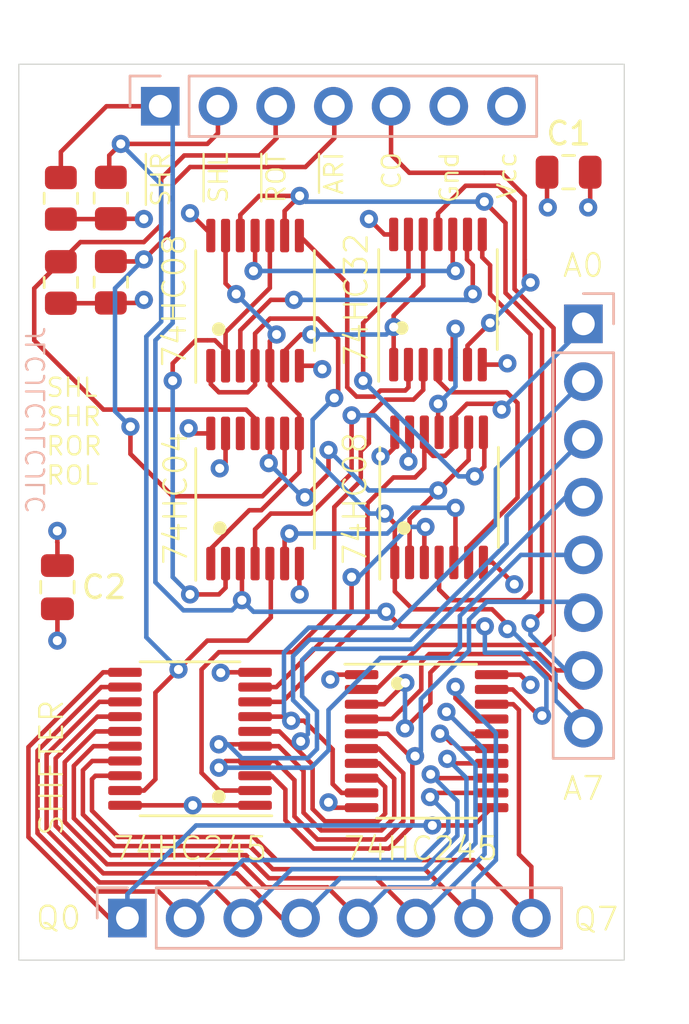
<source format=kicad_pcb>
(kicad_pcb (version 20211014) (generator pcbnew)
  (layers (0 "F.Cu" signal) (1 "In1.Cu" signal) (2 "In2.Cu" signal) (31 "B.Cu" signal) (34 "B.Paste" user) (35 "F.Paste" user) (36 "B.SilkS" user "B.Silkscreen") (37 "F.SilkS" user "F.Silkscreen") (38 "B.Mask" user) (39 "F.Mask" user) (44 "Edge.Cuts" user))
  (net 0 "")
  (net 1 "A0")
  (net 2 "A1")
  (net 3 "A2")
  (net 4 "A3")
  (net 5 "A4")
  (net 6 "A5")
  (net 7 "A6")
  (net 8 "A7")
  (net 9 "Q0")
  (net 10 "Q1")
  (net 11 "Q2")
  (net 12 "Q3")
  (net 13 "Q4")
  (net 14 "Q5")
  (net 15 "Q6")
  (net 16 "Q7")
  (net 17 "VCC")
  (net 18 "GND")
  (net 19 "CARRY_OUT")
  (net 20 "~{SHR}")
  (net 21 "~{SHL}")
  (net 22 "ARITHMETIC")
  (net 23 "ROTATE")
  (net 24 "/!ARITHMETIC")
  (net 25 "Net-(U1-Pad3)")
  (net 26 "Net-(U1-Pad8)")
  (net 27 "Net-(U1-Pad11)")
  (net 28 "Net-(U4-Pad3)")
  (net 29 "/ARITHMETIC_AND_A7")
  (net 30 "Net-(U2-Pad4)")
  (net 31 "Net-(U2-Pad6)")
  (net 33 "Net-(U3-Pad3)")
  (net 34 "Net-(U3-Pad4)")
  (net 35 "Net-(U3-Pad6)")
  (net 36 "Net-(U3-Pad8)")
  (net 37 "Net-(U3-Pad11)")
  (net 38 "Net-(U4-Pad11)")
  (net 39 "~{ROTATE}")
  (net 40 "~{ARITHMETIC}")
  (footprint "Package_SO:TSSOP-20_4.4x6.5mm_P0.65mm" (layer "F.Cu") (at 167.386 93.218 180)
    (fp_text reference "U5" hide)
    (fp_text value "74LS245")
  )
  (footprint "Package_SO:TSSOP-20_4.4x6.5mm_P0.65mm" (layer "F.Cu") (at 177.8 93.322)
    (fp_text reference "U6" hide)
    (fp_text value "74LS245")
  )
  (footprint "Package_SO:TSSOP-14_4.4x5mm_P0.65mm" (layer "F.Cu") (at 170.25 82.65 90)
    (fp_text reference "U2" hide)
    (fp_text value "74LS04")
  )
  (footprint "Resistor_SMD:R_0805_2012Metric" (layer "F.Cu") (at 163.9 69.4375 -90)
    (fp_text reference "R11" hide)
    (fp_text value "R_Small_US")
  )
  (footprint "Package_SO:TSSOP-14_4.4x5mm_P0.65mm" (layer "F.Cu") (at 170.25 73.95 90)
    (fp_text reference "U1" hide)
    (fp_text value "74LS08")
  )
  (footprint "Resistor_SMD:R_0805_2012Metric" (layer "F.Cu") (at 161.7 69.45 -90)
    (fp_text reference "R12" hide)
    (fp_text value "R_Small_US")
  )
  (footprint "Capacitor_SMD:C_0805_2012Metric" (layer "F.Cu") (at 161.55 86.55 -90)
    (fp_text reference "C2")
    (fp_text value "C")
  )
  (footprint "Package_SO:TSSOP-14_4.4x5mm_P0.65mm" (layer "F.Cu") (at 178.35 82.6 90)
    (fp_text reference "U3" hide)
    (fp_text value "74LS08")
  )
  (footprint "Resistor_SMD:R_0805_2012Metric" (layer "F.Cu") (at 163.9 73.1375 -90)
    (fp_text reference "R13" hide)
    (fp_text value "R_Small_US")
  )
  (footprint "Capacitor_SMD:C_0805_2012Metric" (layer "F.Cu") (at 184.05 68.3)
    (fp_text reference "C1")
    (fp_text value "C")
  )
  (footprint "Package_SO:TSSOP-14_4.4x5mm_P0.65mm" (layer "F.Cu") (at 178.3 73.9 90)
    (fp_text reference "U4" hide)
    (fp_text value "74LS32")
  )
  (footprint "Resistor_SMD:R_0805_2012Metric" (layer "F.Cu") (at 161.7 73.15 -90)
    (fp_text reference "R10" hide)
    (fp_text value "R_Small_US")
  )
  (footprint "Connector_PinHeader_2.54mm:PinHeader_1x07_P2.54mm_Vertical" (layer "B.Cu") (at 166.075 65.4 -90)
    (fp_text reference "J3" hide)
    (fp_text value "Conn_01x07")
  )
  (footprint "Connector_PinHeader_2.54mm:PinHeader_1x08_P2.54mm_Vertical" (layer "B.Cu") (at 164.63 101.1 -90)
    (fp_text reference "J2" hide)
    (fp_text value "Conn_01x08")
  )
  (footprint "Connector_PinHeader_2.54mm:PinHeader_1x08_P2.54mm_Vertical" (layer "B.Cu") (at 184.7 74.97 180)
    (fp_text reference "J1" hide)
    (fp_text value "Conn_01x08")
  )
  (gr_circle (center 176.7 75.15) (end 176.85 75.15) (layer "F.SilkS") (width 0.3) (fill none))
  (gr_circle (center 168.7 83.95) (end 168.85 83.95) (layer "F.SilkS") (width 0.3) (fill none))
  (gr_circle (center 168.65 75.2) (end 168.8 75.2) (layer "F.SilkS") (width 0.3) (fill none))
  (gr_circle (center 176.8 83.95) (end 176.95 83.95) (layer "F.SilkS") (width 0.3) (fill none))
  (gr_circle (center 168.656 95.758) (end 168.806 95.758) (layer "F.SilkS") (width 0.3) (fill none))
  (gr_circle (center 176.53 90.782) (end 176.38 90.782) (layer "F.SilkS") (width 0.3) (fill none))
  (gr_rect (start 159.85 63.55) (end 186.5 102.95) (layer "Edge.Cuts") (width 0.05) (fill none))
  (gr_text "JLCJLCJLCJLC" (at 160.6 79.2 -270) (layer "B.SilkS") (effects (font (size 0.8 0.8) (thickness 0.1)) (justify mirror)))
  (gr_text "Q0" (at 161.6 101.1) (layer "F.SilkS") (effects (font (size 1 1) (thickness 0.1))))
  (gr_text "Gnd" (at 178.8 67.35 90) (layer "F.SilkS") (effects (font (size 0.8 0.8) (thickness 0.1)) (justify right)))
  (gr_text "74HC245" (at 167.386 98.044) (layer "F.SilkS") (effects (font (size 1 1) (thickness 0.1))))
  (gr_text "A0" (at 184.7 72.4) (layer "F.SilkS") (effects (font (size 1 1) (thickness 0.1))))
  (gr_text "~{SHR}" (at 166.1 67.35 90) (layer "F.SilkS") (effects (font (size 0.8 0.8) (thickness 0.1)) (justify right)))
  (gr_text "~{SHL}" (at 168.64 67.35 90) (layer "F.SilkS") (effects (font (size 0.8 0.8) (thickness 0.1)) (justify right)))
  (gr_text "SHL\nSHR\nROR\nROL" (at 161 79.7) (layer "F.SilkS") (effects (font (size 0.8 0.8) (thickness 0.1)) (justify left)))
  (gr_text "SHIFTER" (at 161.29 94.488 90) (layer "F.SilkS") (effects (font (size 1 1) (thickness 0.1))))
  (gr_text "CO" (at 176.26 67.35 90) (layer "F.SilkS") (effects (font (size 0.8 0.8) (thickness 0.1)) (justify right)))
  (gr_text "~{ARI}" (at 173.72 67.35 90) (layer "F.SilkS") (effects (font (size 0.8 0.8) (thickness 0.1)) (justify right)))
  (gr_text "Vcc" (at 181.34 67.35 90) (layer "F.SilkS") (effects (font (size 0.8 0.8) (thickness 0.1)) (justify right)))
  (gr_text "Q7" (at 185.25 101.15) (layer "F.SilkS") (effects (font (size 1 1) (thickness 0.1))))
  (gr_text "74HC245" (at 177.546 98.044) (layer "F.SilkS") (effects (font (size 1 1) (thickness 0.1))))
  (gr_text "A7" (at 184.7 95.4) (layer "F.SilkS") (effects (font (size 1 1) (thickness 0.1))))
  (gr_text "~{ROT}" (at 171.18 67.35 90) (layer "F.SilkS") (effects (font (size 0.8 0.8) (thickness 0.1)) (justify right)))
  (segment (start 177.290248 81.725511) (end 177.7 81.315759) (width 0.2) (layer "F.Cu") (net 1))
  (segment (start 178.615486 80.77452) (end 178.084514 80.77452) (width 0.2) (layer "F.Cu") (net 1))
  (segment (start 179 79.7375) (end 179 79.064) (width 0.2) (layer "F.Cu") (net 1))
  (segment (start 179.578 78.486) (end 180.848 78.486) (width 0.2) (layer "F.Cu") (net 1))
  (segment (start 170.2485 91.593) (end 171.452497 91.593) (width 0.2) (layer "F.Cu") (net 1))
  (segment (start 177.7 81.315759) (end 177.7 79.7375) (width 0.2) (layer "F.Cu") (net 1))
  (segment (start 179 79.064) (end 179.578 78.486) (width 0.2) (layer "F.Cu") (net 1))
  (segment (start 171.452497 91.593) (end 175.197501 87.847996) (width 0.2) (layer "F.Cu") (net 1))
  (segment (start 177.7 80.390006) (end 177.7 79.7375) (width 0.2) (layer "F.Cu") (net 1))
  (segment (start 175.197501 87.847996) (end 175.197501 82.866499) (width 0.2) (layer "F.Cu") (net 1))
  (segment (start 180.848 78.486) (end 181.102 78.74) (width 0.2) (layer "F.Cu") (net 1))
  (segment (start 175.197501 82.866499) (end 176.338489 81.725511) (width 0.2) (layer "F.Cu") (net 1))
  (segment (start 176.338489 81.725511) (end 177.290248 81.725511) (width 0.2) (layer "F.Cu") (net 1))
  (segment (start 179 79.7375) (end 179 80.390006) (width 0.2) (layer "F.Cu") (net 1))
  (segment (start 179 80.390006) (end 178.615486 80.77452) (width 0.2) (layer "F.Cu") (net 1))
  (segment (start 178.084514 80.77452) (end 177.7 80.390006) (width 0.2) (layer "F.Cu") (net 1))
  (via (at 181.102 78.74) (size 0.8) (drill 0.4) (layers "F.Cu" "B.Cu") (net 1))
  (segment (start 184.7 75.142) (end 184.7 74.97) (width 0.2) (layer "B.Cu") (net 1))
  (segment (start 181.102 78.74) (end 184.7 75.142) (width 0.2) (layer "B.Cu") (net 1))
  (segment (start 172.406232 92.422987) (end 171.837756 92.422987) (width 0.2) (layer "F.Cu") (net 2))
  (segment (start 171.657769 92.243) (end 171.837756 92.422987) (width 0.2) (layer "F.Cu") (net 2))
  (segment (start 170.2485 92.243) (end 171.657769 92.243) (width 0.2) (layer "F.Cu") (net 2))
  (segment (start 174.056997 95.597) (end 173.664532 95.204535) (width 0.2) (layer "F.Cu") (net 2))
  (segment (start 173.664532 95.204535) (end 173.664532 93.681287) (width 0.2) (layer "F.Cu") (net 2))
  (segment (start 174.9375 95.597) (end 174.056997 95.597) (width 0.2) (layer "F.Cu") (net 2))
  (segment (start 173.664532 93.681287) (end 172.406232 92.422987) (width 0.2) (layer "F.Cu") (net 2))
  (via (at 171.837756 92.422987) (size 0.8) (drill 0.4) (layers "F.Cu" "B.Cu") (net 2))
  (segment (start 172.61152 88.329501) (end 171.521467 89.419554) (width 0.2) (layer "B.Cu") (net 2))
  (segment (start 180.848 83.793245) (end 176.311744 88.329501) (width 0.2) (layer "B.Cu") (net 2))
  (segment (start 171.521467 92.106698) (end 171.837756 92.422987) (width 0.2) (layer "B.Cu") (net 2))
  (segment (start 180.848 81.362) (end 180.848 83.793245) (width 0.2) (layer "B.Cu") (net 2))
  (segment (start 171.521467 89.419554) (end 171.521467 92.106698) (width 0.2) (layer "B.Cu") (net 2))
  (segment (start 176.311744 88.329501) (end 172.61152 88.329501) (width 0.2) (layer "B.Cu") (net 2))
  (segment (start 184.7 77.51) (end 180.848 81.362) (width 0.2) (layer "B.Cu") (net 2))
  (segment (start 173.326222 96.845467) (end 172.782499 96.301744) (width 0.2) (layer "F.Cu") (net 3))
  (segment (start 175.641539 96.845467) (end 173.326222 96.845467) (width 0.2) (layer "F.Cu") (net 3))
  (segment (start 172.782499 96.301744) (end 172.782499 94.356975) (width 0.2) (layer "F.Cu") (net 3))
  (segment (start 174.9375 94.947) (end 175.590006 94.947) (width 0.2) (layer "F.Cu") (net 3))
  (segment (start 175.590006 94.947) (end 175.97452 95.331514) (width 0.2) (layer "F.Cu") (net 3))
  (segment (start 172.782499 94.356975) (end 171.318524 92.893) (width 0.2) (layer "F.Cu") (net 3))
  (segment (start 171.318524 92.893) (end 170.2485 92.893) (width 0.2) (layer "F.Cu") (net 3))
  (segment (start 175.97452 95.331514) (end 175.97452 96.512486) (width 0.2) (layer "F.Cu") (net 3))
  (segment (start 175.97452 96.512486) (end 175.641539 96.845467) (width 0.2) (layer "F.Cu") (net 3))
  (via (at 172.257349 93.330151) (size 0.8) (drill 0.4) (layers "F.Cu" "B.Cu") (net 3))
  (segment (start 172.574489 92.170477) (end 172.574489 93.013011) (width 0.2) (layer "B.Cu") (net 3))
  (segment (start 171.920978 89.585036) (end 171.920978 91.516966) (width 0.2) (layer "B.Cu") (net 3))
  (segment (start 172.643036 88.862978) (end 171.920978 89.585036) (width 0.2) (layer "B.Cu") (net 3))
  (segment (start 184.7 80.05) (end 181.318979 83.431021) (width 0.2) (layer "B.Cu") (net 3))
  (segment (start 181.318979 83.431021) (end 181.318979 84.630342) (width 0.2) (layer "B.Cu") (net 3))
  (segment (start 181.318979 84.630342) (end 177.086343 88.862978) (width 0.2) (layer "B.Cu") (net 3))
  (segment (start 171.920978 91.516966) (end 172.574489 92.170477) (width 0.2) (layer "B.Cu") (net 3))
  (segment (start 177.086343 88.862978) (end 172.643036 88.862978) (width 0.2) (layer "B.Cu") (net 3))
  (segment (start 172.574489 93.013011) (end 172.257349 93.330151) (width 0.2) (layer "B.Cu") (net 3))
  (segment (start 176.37403 96.67797) (end 175.807023 97.244977) (width 0.2) (layer "F.Cu") (net 4))
  (segment (start 170.2485 93.543) (end 170.166282 93.460782) (width 0.2) (layer "F.Cu") (net 4))
  (segment (start 175.70039 94.297) (end 176.37403 94.97064) (width 0.2) (layer "F.Cu") (net 4))
  (segment (start 176.37403 94.97064) (end 176.37403 96.67797) (width 0.2) (layer "F.Cu") (net 4))
  (segment (start 171.293755 93.543) (end 170.2485 93.543) (width 0.2) (layer "F.Cu") (net 4))
  (segment (start 172.382988 96.467226) (end 172.382988 94.632233) (width 0.2) (layer "F.Cu") (net 4))
  (segment (start 175.807023 97.244977) (end 173.160738 97.244977) (width 0.2) (layer "F.Cu") (net 4))
  (segment (start 170.166282 93.460782) (end 168.651784 93.460782) (width 0.2) (layer "F.Cu") (net 4))
  (segment (start 173.160738 97.244977) (end 172.382988 96.467226) (width 0.2) (layer "F.Cu") (net 4))
  (segment (start 174.9375 94.297) (end 175.70039 94.297) (width 0.2) (layer "F.Cu") (net 4))
  (segment (start 172.382988 94.632233) (end 171.293755 93.543) (width 0.2) (layer "F.Cu") (net 4))
  (via (at 168.651784 93.460782) (size 0.8) (drill 0.4) (layers "F.Cu" "B.Cu") (net 4))
  (segment (start 172.32049 91.351484) (end 172.974 92.004994) (width 0.2) (layer "B.Cu") (net 4))
  (segment (start 172.974 92.004994) (end 172.974 93.669006) (width 0.2) (layer "B.Cu") (net 4))
  (segment (start 172.974 93.669006) (end 172.57449 94.068516) (width 0.2) (layer "B.Cu") (net 4))
  (segment (start 177.251996 89.26249) (end 172.808517 89.26249) (width 0.2) (layer "B.Cu") (net 4))
  (segment (start 172.808517 89.26249) (end 172.320489 89.750518) (width 0.2) (layer "B.Cu") (net 4))
  (segment (start 169.05705 93.460782) (end 168.651784 93.460782) (width 0.2) (layer "B.Cu") (net 4))
  (segment (start 172.57449 94.068516) (end 169.664784 94.068516) (width 0.2) (layer "B.Cu") (net 4))
  (segment (start 172.320489 89.750518) (end 172.32049 91.351484) (width 0.2) (layer "B.Cu") (net 4))
  (segment (start 183.924486 82.59) (end 177.251996 89.26249) (width 0.2) (layer "B.Cu") (net 4))
  (segment (start 184.7 82.59) (end 183.924486 82.59) (width 0.2) (layer "B.Cu") (net 4))
  (segment (start 169.664784 94.068516) (end 169.05705 93.460782) (width 0.2) (layer "B.Cu") (net 4))
  (segment (start 176.77354 94.73154) (end 176.77354 96.843454) (width 0.2) (layer "F.Cu") (net 5))
  (segment (start 171.13988 94.193) (end 170.2485 94.193) (width 0.2) (layer "F.Cu") (net 5))
  (segment (start 175.689 93.647) (end 176.77354 94.73154) (width 0.2) (layer "F.Cu") (net 5))
  (segment (start 171.983477 95.036597) (end 171.13988 94.193) (width 0.2) (layer "F.Cu") (net 5))
  (segment (start 171.983477 96.632707) (end 171.983477 95.036597) (width 0.2) (layer "F.Cu") (net 5))
  (segment (start 168.656 94.488) (end 168.951 94.193) (width 0.2) (layer "F.Cu") (net 5))
  (segment (start 176.77354 96.843454) (end 175.972505 97.644489) (width 0.2) (layer "F.Cu") (net 5))
  (segment (start 172.995259 97.644489) (end 171.983477 96.632707) (width 0.2) (layer "F.Cu") (net 5))
  (segment (start 168.951 94.193) (end 170.2485 94.193) (width 0.2) (layer "F.Cu") (net 5))
  (segment (start 175.972505 97.644489) (end 172.995259 97.644489) (width 0.2) (layer "F.Cu") (net 5))
  (segment (start 174.9375 93.647) (end 175.689 93.647) (width 0.2) (layer "F.Cu") (net 5))
  (via (at 168.656 94.488) (size 0.8) (drill 0.4) (layers "F.Cu" "B.Cu") (net 5))
  (segment (start 173.482 91.948) (end 173.482 93.726) (width 0.2) (layer "B.Cu") (net 5))
  (segment (start 179.264995 89.182767) (end 178.785762 89.662) (width 0.2) (layer "B.Cu") (net 5))
  (segment (start 172.72 94.488) (end 168.656 94.488) (width 0.2) (layer "B.Cu") (net 5))
  (segment (start 184.7 85.13) (end 181.949477 85.13) (width 0.2) (layer "B.Cu") (net 5))
  (segment (start 178.785762 89.662) (end 175.768 89.662) (width 0.2) (layer "B.Cu") (net 5))
  (segment (start 179.264995 87.814483) (end 179.264995 89.182767) (width 0.2) (layer "B.Cu") (net 5))
  (segment (start 173.482 93.726) (end 172.72 94.488) (width 0.2) (layer "B.Cu") (net 5))
  (segment (start 175.768 89.662) (end 173.482 91.948) (width 0.2) (layer "B.Cu") (net 5))
  (segment (start 181.949477 85.13) (end 179.264995 87.814483) (width 0.2) (layer "B.Cu") (net 5))
  (segment (start 177.17305 97.008939) (end 176.137989 98.044) (width 0.2) (layer "F.Cu") (net 6))
  (segment (start 177.17305 94.088295) (end 177.17305 97.008939) (width 0.2) (layer "F.Cu") (net 6))
  (segment (start 171.583966 95.443983) (end 170.982983 94.843) (width 0.2) (layer "F.Cu") (net 6))
  (segment (start 176.081755 92.997) (end 177.17305 94.088295) (width 0.2) (layer "F.Cu") (net 6))
  (segment (start 170.982983 94.843) (end 170.2485 94.843) (width 0.2) (layer "F.Cu") (net 6))
  (segment (start 171.583966 96.798189) (end 171.583966 95.443983) (width 0.2) (layer "F.Cu") (net 6))
  (segment (start 172.829777 98.044) (end 171.583966 96.798189) (width 0.2) (layer "F.Cu") (net 6))
  (segment (start 174.9375 92.997) (end 176.081755 92.997) (width 0.2) (layer "F.Cu") (net 6))
  (segment (start 176.137989 98.044) (end 172.829777 98.044) (width 0.2) (layer "F.Cu") (net 6))
  (via (at 177.292 93.98) (size 0.8) (drill 0.4) (layers "F.Cu" "B.Cu") (net 6))
  (segment (start 179.664506 88.559453) (end 179.665732 88.560679) (width 0.2) (layer "B.Cu") (net 6))
  (segment (start 177.547217 91.465538) (end 177.547217 93.724783) (width 0.2) (layer "B.Cu") (net 6))
  (segment (start 179.665732 88.560679) (end 179.665732 89.347023) (width 0.2) (layer "B.Cu") (net 6))
  (segment (start 184.224126 87.194126) (end 180.450345 87.194126) (width 0.2) (layer "B.Cu") (net 6))
  (segment (start 180.450345 87.194126) (end 179.664506 87.979965) (width 0.2) (layer "B.Cu") (net 6))
  (segment (start 177.547217 93.724783) (end 177.292 93.98) (width 0.2) (layer "B.Cu") (net 6))
  (segment (start 184.7 87.67) (end 184.224126 87.194126) (width 0.2) (layer "B.Cu") (net 6))
  (segment (start 179.664506 87.979965) (end 179.664506 88.559453) (width 0.2) (layer "B.Cu") (net 6))
  (segment (start 179.665732 89.347023) (end 177.547217 91.465538) (width 0.2) (layer "B.Cu") (net 6))
  (segment (start 181.272989 70.528989) (end 180.34 69.596) (width 0.2) (layer "F.Cu") (net 7))
  (segment (start 177.565626 91.049869) (end 177.565626 89.839381) (width 0.2) (layer "F.Cu") (net 7))
  (segment (start 169.6 71.0875) (end 169.6 70.176) (width 0.2) (layer "F.Cu") (net 7))
  (segment (start 182.766006 89.491012) (end 183.484994 90.21) (width 0.2) (layer "F.Cu") (net 7))
  (segment (start 182.88 75.214238) (end 181.272988 73.607226) (width 0.2) (layer "F.Cu") (net 7))
  (segment (start 181.272988 73.607226) (end 181.272989 70.528989) (width 0.2) (layer "F.Cu") (net 7))
  (segment (start 183.484994 90.21) (end 184.7 90.21) (width 0.2) (layer "F.Cu") (net 7))
  (segment (start 170.434 69.342) (end 172.212 69.342) (width 0.2) (layer "F.Cu") (net 7))
  (segment (start 177.565626 89.839381) (end 177.913996 89.491011) (width 0.2) (layer "F.Cu") (net 7))
  (segment (start 176.268495 92.347) (end 177.565626 91.049869) (width 0.2) (layer "F.Cu") (net 7))
  (segment (start 177.913996 89.491011) (end 182.766006 89.491012) (width 0.2) (layer "F.Cu") (net 7))
  (segment (start 171.55 70.004) (end 171.55 71.0875) (width 0.2) (layer "F.Cu") (net 7))
  (segment (start 182.88 87.63) (end 182.88 75.214238) (width 0.2) (layer "F.Cu") (net 7))
  (segment (start 182.372 88.138) (end 182.88 87.63) (width 0.2) (layer "F.Cu") (net 7))
  (segment (start 174.9375 92.347) (end 176.268495 92.347) (width 0.2) (layer "F.Cu") (net 7))
  (segment (start 172.212 69.342) (end 171.55 70.004) (width 0.2) (layer "F.Cu") (net 7))
  (segment (start 169.6 70.176) (end 170.434 69.342) (width 0.2) (layer "F.Cu") (net 7))
  (via (at 180.34 69.596) (size 0.8) (drill 0.4) (layers "F.Cu" "B.Cu") (net 7))
  (via (at 182.372 88.138) (size 0.8) (drill 0.4) (layers "F.Cu" "B.Cu") (net 7))
  (via (at 172.212 69.342) (size 0.8) (drill 0.4) (layers "F.Cu" "B.Cu") (net 7))
  (segment (start 182.372 88.646) (end 182.372 88.138) (width 0.2) (layer "B.Cu") (net 7))
  (segment (start 184.7 90.21) (end 183.936 90.21) (width 0.2) (layer "B.Cu") (net 7))
  (segment (start 183.936 90.21) (end 183.388 89.662) (width 0.2) (layer "B.Cu") (net 7))
  (segment (start 172.466 69.596) (end 172.212 69.342) (width 0.2) (layer "B.Cu") (net 7))
  (segment (start 180.34 69.596) (end 172.466 69.596) (width 0.2) (layer "B.Cu") (net 7))
  (segment (start 183.388 89.662) (end 182.372 88.646) (width 0.2) (layer "B.Cu") (net 7))
  (segment (start 170.25 75.394755) (end 170.906256 74.738499) (width 0.2) (layer "F.Cu") (net 8))
  (segment (start 182.600522 89.890522) (end 178.379514 89.890522) (width 0.2) (layer "F.Cu") (net 8))
  (segment (start 174.9375 91.697) (end 175.92925 91.697) (width 0.2) (layer "F.Cu") (net 8))
  (segment (start 176.4 83.7525) (end 175.9595 83.312) (width 0.2) (layer "F.Cu") (net 8))
  (segment (start 173.906989 78.061011) (end 173.736 78.232) (width 0.2) (layer "F.Cu") (net 8))
  (segment (start 180.682517 87.521511) (end 177.183511 87.521511) (width 0.2) (layer "F.Cu") (net 8))
  (segment (start 168.3 76.8125) (end 168.3 77.622) (width 0.2) (layer "F.Cu") (net 8))
  (segment (start 176.4 85.4625) (end 176.4 83.7525) (width 0.2) (layer "F.Cu") (net 8))
  (segment (start 177.183511 87.521511) (end 176.4 86.738) (width 0.2) (layer "F.Cu") (net 8))
  (segment (start 184.7 92.75) (end 184.7 91.99) (width 0.2) (layer "F.Cu") (net 8))
  (segment (start 181.356 88.392) (end 181.356 88.194993) (width 0.2) (layer "F.Cu") (net 8))
  (segment (start 168.656 77.978) (end 169.926 77.978) (width 0.2) (layer "F.Cu") (net 8))
  (segment (start 175.92925 91.697) (end 176.866125 90.760125) (width 0.2) (layer "F.Cu") (net 8))
  (segment (start 170.25 76.8125) (end 170.25 75.394755) (width 0.2) (layer "F.Cu") (net 8))
  (segment (start 177.965137 91.639602) (end 176.847716 92.757023) (width 0.2) (layer "F.Cu") (net 8))
  (segment (start 173.906989 75.635744) (end 173.906989 78.061011) (width 0.2) (layer "F.Cu") (net 8))
  (segment (start 169.926 77.978) (end 170.25 77.654) (width 0.2) (layer "F.Cu") (net 8))
  (segment (start 176.4 86.738) (end 176.4 85.4625) (width 0.2) (layer "F.Cu") (net 8))
  (segment (start 178.379514 89.890522) (end 177.965137 90.304899) (width 0.2) (layer "F.Cu") (net 8))
  (segment (start 170.25 77.654) (end 170.25 76.8125) (width 0.2) (layer "F.Cu") (net 8))
  (segment (start 168.3 77.622) (end 168.656 77.978) (width 0.2) (layer "F.Cu") (net 8))
  (segment (start 173.009744 74.738499) (end 173.906989 75.635744) (width 0.2) (layer "F.Cu") (net 8))
  (segment (start 177.965137 90.304899) (end 177.965137 91.639602) (width 0.2) (layer "F.Cu") (net 8))
  (segment (start 170.906256 74.738499) (end 173.009744 74.738499) (width 0.2) (layer "F.Cu") (net 8))
  (segment (start 184.7 91.99) (end 182.600522 89.890522) (width 0.2) (layer "F.Cu") (net 8))
  (segment (start 181.356 88.194993) (end 180.682517 87.521511) (width 0.2) (layer "F.Cu") (net 8))
  (via (at 173.736 78.232) (size 0.8) (drill 0.4) (layers "F.Cu" "B.Cu") (net 8))
  (via (at 176.847716 92.757023) (size 0.8) (drill 0.4) (layers "F.Cu" "B.Cu") (net 8))
  (via (at 181.356 88.392) (size 0.8) (drill 0.4) (layers "F.Cu" "B.Cu") (net 8))
  (via (at 175.9595 83.312) (size 0.8) (drill 0.4) (layers "F.Cu" "B.Cu") (net 8))
  (via (at 176.866125 90.760125) (size 0.8) (drill 0.4) (layers "F.Cu" "B.Cu") (net 8))
  (segment (start 181.474217 88.392) (end 181.356 88.392) (width 0.2) (layer "B.Cu") (net 8))
  (segment (start 173.736 78.232) (end 172.782499 79.185501) (width 0.2) (layer "B.Cu") (net 8))
  (segment (start 175.286755 83.312) (end 175.9595 83.312) (width 0.2) (layer "B.Cu") (net 8))
  (segment (start 183.471011 91.521011) (end 183.471011 90.388794) (width 0.2) (layer "B.Cu") (net 8))
  (segment (start 183.471011 90.388794) (end 181.474217 88.392) (width 0.2) (layer "B.Cu") (net 8))
  (segment (start 176.866125 90.760125) (end 176.847716 90.778534) (width 0.2) (layer "B.Cu") (net 8))
  (segment (start 172.782499 80.807744) (end 175.286755 83.312) (width 0.2) (layer "B.Cu") (net 8))
  (segment (start 176.847716 90.778534) (end 176.847716 92.757023) (width 0.2) (layer "B.Cu") (net 8))
  (segment (start 172.782499 79.185501) (end 172.782499 80.807744) (width 0.2) (layer "B.Cu") (net 8))
  (segment (start 184.7 92.75) (end 183.471011 91.521011) (width 0.2) (layer "B.Cu") (net 8))
  (segment (start 163.56204 90.293) (end 164.5235 90.293) (width 0.2) (layer "F.Cu") (net 9))
  (segment (start 160.274 97.536) (end 160.274 93.58104) (width 0.2) (layer "F.Cu") (net 9))
  (segment (start 163.838 101.1) (end 160.274 97.536) (width 0.2) (layer "F.Cu") (net 9))
  (segment (start 160.274 93.58104) (end 163.56204 90.293) (width 0.2) (layer "F.Cu") (net 9))
  (segment (start 180.6625 96.247) (end 179.8815 97.028) (width 0.2) (layer "F.Cu") (net 9))
  (segment (start 179.8815 97.028) (end 178.054 97.028) (width 0.2) (layer "F.Cu") (net 9))
  (segment (start 164.63 101.1) (end 163.838 101.1) (width 0.2) (layer "F.Cu") (net 9))
  (via (at 178.054 97.028) (size 0.8) (drill 0.4) (layers "F.Cu" "B.Cu") (net 9))
  (segment (start 167.652 97.028) (end 178.054 97.028) (width 0.2) (layer "B.Cu") (net 9))
  (segment (start 164.63 101.1) (end 164.63 100.05) (width 0.2) (layer "B.Cu") (net 9))
  (segment (start 164.63 100.05) (end 167.652 97.028) (width 0.2) (layer "B.Cu") (net 9))
  (segment (start 160.673511 93.746527) (end 160.673511 97.370517) (width 0.2) (layer "F.Cu") (net 10))
  (segment (start 166.003066 99.933066) (end 167.17 101.1) (width 0.2) (layer "F.Cu") (net 10))
  (segment (start 178.13489 95.597) (end 177.952195 95.779695) (width 0.2) (layer "F.Cu") (net 10))
  (segment (start 180.6625 95.597) (end 178.13489 95.597) (width 0.2) (layer "F.Cu") (net 10))
  (segment (start 163.23606 99.933066) (end 166.003066 99.933066) (width 0.2) (layer "F.Cu") (net 10))
  (segment (start 160.673511 97.370517) (end 163.23606 99.933066) (width 0.2) (layer "F.Cu") (net 10))
  (segment (start 164.5235 90.943) (end 163.477038 90.943) (width 0.2) (layer "F.Cu") (net 10))
  (segment (start 163.477038 90.943) (end 160.673511 93.746527) (width 0.2) (layer "F.Cu") (net 10))
  (via (at 177.952195 95.779695) (size 0.8) (drill 0.4) (layers "F.Cu" "B.Cu") (net 10))
  (segment (start 178.753501 96.581001) (end 177.952195 95.779695) (width 0.2) (layer "B.Cu") (net 10))
  (segment (start 169.718 98.552) (end 177.519245 98.552) (width 0.2) (layer "B.Cu") (net 10))
  (segment (start 178.753501 97.317744) (end 178.753501 96.581001) (width 0.2) (layer "B.Cu") (net 10))
  (segment (start 167.17 101.1) (end 169.718 98.552) (width 0.2) (layer "B.Cu") (net 10))
  (segment (start 177.519245 98.552) (end 178.753501 97.317744) (width 0.2) (layer "B.Cu") (net 10))
  (segment (start 161.073022 97.205034) (end 161.073022 93.912009) (width 0.2) (layer "F.Cu") (net 11))
  (segment (start 161.073022 93.912009) (end 163.392031 91.593) (width 0.2) (layer "F.Cu") (net 11))
  (segment (start 163.401543 99.533555) (end 161.073022 97.205034) (width 0.2) (layer "F.Cu") (net 11))
  (segment (start 180.6625 94.947) (end 178.144104 94.947) (width 0.2) (layer "F.Cu") (net 11))
  (segment (start 169.71 101.1) (end 168.143555 99.533555) (width 0.2) (layer "F.Cu") (net 11))
  (segment (start 168.143555 99.533555) (end 163.401543 99.533555) (width 0.2) (layer "F.Cu") (net 11))
  (segment (start 178.144104 94.947) (end 177.97762 94.780516) (width 0.2) (layer "F.Cu") (net 11))
  (segment (start 163.392031 91.593) (end 164.5235 91.593) (width 0.2) (layer "F.Cu") (net 11))
  (via (at 177.97762 94.780516) (size 0.8) (drill 0.4) (layers "F.Cu" "B.Cu") (net 11))
  (segment (start 171.858489 98.951511) (end 177.684729 98.95151) (width 0.2) (layer "B.Cu") (net 11))
  (segment (start 179.153011 95.955907) (end 177.97762 94.780516) (width 0.2) (layer "B.Cu") (net 11))
  (segment (start 177.684729 98.95151) (end 179.153012 97.483226) (width 0.2) (layer "B.Cu") (net 11))
  (segment (start 169.71 101.1) (end 171.858489 98.951511) (width 0.2) (layer "B.Cu") (net 11))
  (segment (start 179.153012 97.483226) (end 179.153011 95.955907) (width 0.2) (layer "B.Cu") (net 11))
  (segment (start 167.647105 99.134044) (end 167.647103 99.134042) (width 0.2) (layer "F.Cu") (net 12))
  (segment (start 169.444522 99.134044) (end 167.647105 99.134044) (width 0.2) (layer "F.Cu") (net 12))
  (segment (start 172.25 101.1) (end 171.410478 101.1) (width 0.2) (layer "F.Cu") (net 12))
  (segment (start 163.307035 92.243) (end 164.5235 92.243) (width 0.2) (layer "F.Cu") (net 12))
  (segment (start 161.472533 97.039551) (end 161.472533 94.077502) (width 0.2) (layer "F.Cu") (net 12))
  (segment (start 161.472533 94.077502) (end 163.307035 92.243) (width 0.2) (layer "F.Cu") (net 12))
  (segment (start 163.567024 99.134042) (end 161.472533 97.039551) (width 0.2) (layer "F.Cu") (net 12))
  (segment (start 167.647103 99.134042) (end 163.567024 99.134042) (width 0.2) (layer "F.Cu") (net 12))
  (segment (start 180.6625 94.297) (end 178.906724 94.297) (width 0.2) (layer "F.Cu") (net 12))
  (segment (start 171.410478 101.1) (end 169.444522 99.134044) (width 0.2) (layer "F.Cu") (net 12))
  (segment (start 178.906724 94.297) (end 178.709006 94.099282) (width 0.2) (layer "F.Cu") (net 12))
  (via (at 178.709006 94.099282) (size 0.8) (drill 0.4) (layers "F.Cu" "B.Cu") (net 12))
  (segment (start 179.552523 97.648708) (end 179.552523 94.942799) (width 0.2) (layer "B.Cu") (net 12))
  (segment (start 178.08424 99.116991) (end 179.552523 97.648708) (width 0.2) (layer "B.Cu") (net 12))
  (segment (start 173.998978 99.351022) (end 177.850213 99.35102) (width 0.2) (layer "B.Cu") (net 12))
  (segment (start 179.552523 94.942799) (end 178.709006 94.099282) (width 0.2) (layer "B.Cu") (net 12))
  (segment (start 177.850213 99.35102) (end 178.08424 99.116991) (width 0.2) (layer "B.Cu") (net 12))
  (segment (start 172.25 101.1) (end 173.998978 99.351022) (width 0.2) (layer "B.Cu") (net 12))
  (segment (start 163.222029 92.893) (end 164.5235 92.893) (width 0.2) (layer "F.Cu") (net 13))
  (segment (start 170.699549 99.750532) (end 169.68355 98.734533) (width 0.2) (layer "F.Cu") (net 13))
  (segment (start 180.6625 93.647) (end 179.245969 93.647) (width 0.2) (layer "F.Cu") (net 13))
  (segment (start 163.732508 98.734532) (end 161.872044 96.874068) (width 0.2) (layer "F.Cu") (net 13))
  (segment (start 169.68355 98.734533) (end 167.812587 98.734533) (width 0.2) (layer "F.Cu") (net 13))
  (segment (start 167.812585 98.734531) (end 163.732508 98.734532) (width 0.2) (layer "F.Cu") (net 13))
  (segment (start 167.812587 98.734533) (end 167.812585 98.734531) (width 0.2) (layer "F.Cu") (net 13))
  (segment (start 161.872045 94.242984) (end 163.222029 92.893) (width 0.2) (layer "F.Cu") (net 13))
  (segment (start 161.872044 96.874068) (end 161.872045 94.242984) (width 0.2) (layer "F.Cu") (net 13))
  (segment (start 178.884288 93.399781) (end 178.474209 92.989702) (width 0.2) (layer "F.Cu") (net 13))
  (segment (start 174.79 101.1) (end 173.440533 99.750533) (width 0.2) (layer "F.Cu") (net 13))
  (segment (start 178.474209 92.989702) (end 178.386236 92.989702) (width 0.2) (layer "F.Cu") (net 13))
  (segment (start 178.99875 93.399781) (end 178.884288 93.399781) (width 0.2) (layer "F.Cu") (net 13))
  (segment (start 173.440533 99.750533) (end 170.699549 99.750532) (width 0.2) (layer "F.Cu") (net 13))
  (segment (start 179.245969 93.647) (end 178.99875 93.399781) (width 0.2) (layer "F.Cu") (net 13))
  (via (at 178.386236 92.989702) (size 0.8) (drill 0.4) (layers "F.Cu" "B.Cu") (net 13))
  (segment (start 178.015692 99.750532) (end 179.952034 97.81419) (width 0.2) (layer "B.Cu") (net 13))
  (segment (start 179.952034 94.353065) (end 178.588671 92.989702) (width 0.2) (layer "B.Cu") (net 13))
  (segment (start 179.952034 97.81419) (end 179.952034 94.353065) (width 0.2) (layer "B.Cu") (net 13))
  (segment (start 176.139468 99.750532) (end 178.015692 99.750532) (width 0.2) (layer "B.Cu") (net 13))
  (segment (start 178.588671 92.989702) (end 178.386236 92.989702) (width 0.2) (layer "B.Cu") (net 13))
  (segment (start 174.79 101.1) (end 176.139468 99.750532) (width 0.2) (layer "B.Cu") (net 13))
  (segment (start 162.271555 96.708585) (end 162.271555 94.408468) (width 0.2) (layer "F.Cu") (net 14))
  (segment (start 163.897988 98.335018) (end 162.271555 96.708585) (width 0.2) (layer "F.Cu") (net 14))
  (segment (start 175.581022 99.351022) (end 170.865033 99.351022) (width 0.2) (layer "F.Cu") (net 14))
  (segment (start 170.865033 99.351022) (end 169.84903 98.335019) (width 0.2) (layer "F.Cu") (net 14))
  (segment (start 162.271555 94.408468) (end 163.137023 93.543) (width 0.2) (layer "F.Cu") (net 14))
  (segment (start 180.6625 92.997) (end 179.637756 92.997) (width 0.2) (layer "F.Cu") (net 14))
  (segment (start 163.137023 93.543) (end 164.5235 93.543) (width 0.2) (layer "F.Cu") (net 14))
  (segment (start 169.84903 98.335019) (end 163.897988 98.335018) (width 0.2) (layer "F.Cu") (net 14))
  (segment (start 179.637756 92.997) (end 178.672965 92.032209) (width 0.2) (layer "F.Cu") (net 14))
  (segment (start 177.33 101.1) (end 175.581022 99.351022) (width 0.2) (layer "F.Cu") (net 14))
  (via (at 178.672965 92.032209) (size 0.8) (drill 0.4) (layers "F.Cu" "B.Cu") (net 14))
  (segment (start 180.351545 98.286455) (end 180.351545 93.710789) (width 0.2) (layer "B.Cu") (net 14))
  (segment (start 177.33 101.1) (end 177.538 101.1) (width 0.2) (layer "B.Cu") (net 14))
  (segment (start 177.538 101.1) (end 180.351545 98.286455) (width 0.2) (layer "B.Cu") (net 14))
  (segment (start 180.351545 93.710789) (end 178.672965 92.032209) (width 0.2) (layer "B.Cu") (net 14))
  (segment (start 179.977 92.347) (end 179.07 91.44) (width 0.2) (layer "F.Cu") (net 15))
  (segment (start 179.87 101.1) (end 177.721511 98.951511) (width 0.2) (layer "F.Cu") (net 15))
  (segment (start 164.063472 97.935508) (end 162.671066 96.543102) (width 0.2) (layer "F.Cu") (net 15))
  (segment (start 177.721511 98.951511) (end 171.030516 98.95151) (width 0.2) (layer "F.Cu") (net 15))
  (segment (start 162.671066 94.602437) (end 163.080503 94.193) (width 0.2) (layer "F.Cu") (net 15))
  (segment (start 163.080503 94.193) (end 164.5235 94.193) (width 0.2) (layer "F.Cu") (net 15))
  (segment (start 162.671066 96.543102) (end 162.671066 94.602437) (width 0.2) (layer "F.Cu") (net 15))
  (segment (start 180.6625 92.347) (end 179.977 92.347) (width 0.2) (layer "F.Cu") (net 15))
  (segment (start 170.014512 97.935508) (end 164.063472 97.935508) (width 0.2) (layer "F.Cu") (net 15))
  (segment (start 179.07 91.44) (end 179.07 90.932) (width 0.2) (layer "F.Cu") (net 15))
  (segment (start 171.030516 98.95151) (end 170.014512 97.935508) (width 0.2) (layer "F.Cu") (net 15))
  (via (at 179.07 90.932) (size 0.8) (drill 0.4) (layers "F.Cu" "B.Cu") (net 15))
  (segment (start 179.87 101.1) (end 179.87 99.53) (width 0.2) (layer "B.Cu") (net 15))
  (segment (start 180.848 92.964) (end 179.07 91.186) (width 0.2) (layer "B.Cu") (net 15))
  (segment (start 179.07 91.186) (end 179.07 90.932) (width 0.2) (layer "B.Cu") (net 15))
  (segment (start 180.848 98.552) (end 180.848 92.964) (width 0.2) (layer "B.Cu") (net 15))
  (segment (start 179.87 99.53) (end 180.848 98.552) (width 0.2) (layer "B.Cu") (net 15))
  (segment (start 170.179997 97.535997) (end 164.228955 97.535997) (width 0.2) (layer "F.Cu") (net 16))
  (segment (start 181.613 91.697) (end 180.6625 91.697) (width 0.2) (layer "F.Cu") (net 16))
  (segment (start 163.221 94.843) (end 164.5235 94.843) (width 0.2) (layer "F.Cu") (net 16))
  (segment (start 182.41 101.1) (end 182.41 98.844) (width 0.2) (layer "F.Cu") (net 16))
  (segment (start 171.196 98.552) (end 170.179997 97.535997) (width 0.2) (layer "F.Cu") (net 16))
  (segment (start 181.864 91.948) (end 181.613 91.697) (width 0.2) (layer "F.Cu") (net 16))
  (segment (start 163.070577 96.377619) (end 163.070577 94.993423) (width 0.2) (layer "F.Cu") (net 16))
  (segment (start 182.41 101.1) (end 179.862 98.552) (width 0.2) (layer "F.Cu") (net 16))
  (segment (start 181.864 98.298) (end 181.864 91.948) (width 0.2) (layer "F.Cu") (net 16))
  (segment (start 164.228955 97.535997) (end 163.070577 96.377619) (width 0.2) (layer "F.Cu") (net 16))
  (segment (start 182.41 98.844) (end 181.864 98.298) (width 0.2) (layer "F.Cu") (net 16))
  (segment (start 163.070577 94.993423) (end 163.221 94.843) (width 0.2) (layer "F.Cu") (net 16))
  (segment (start 179.862 98.552) (end 171.196 98.552) (width 0.2) (layer "F.Cu") (net 16))
  (segment (start 161.55 87.5) (end 161.55 88.894) (width 0.2) (layer "F.Cu") (net 17))
  (segment (start 175.99812 80.79588) (end 175.770876 80.79588) (width 0.2) (layer "F.Cu") (net 17))
  (segment (start 164.5235 96.143) (end 167.509 96.143) (width 0.2) (layer "F.Cu") (net 17))
  (segment (start 181.924978 90.397) (end 182.372 90.844022) (width 0.2) (layer "F.Cu") (net 17))
  (segment (start 161.55 88.894) (end 161.544 88.9) (width 0.2) (layer "F.Cu") (net 17))
  (segment (start 161.7 74.0625) (end 163.8875 74.0625) (width 0.2) (layer "F.Cu") (net 17))
  (segment (start 185 69.762) (end 184.912 69.85) (width 0.2) (layer "F.Cu") (net 17))
  (segment (start 168.3 79.7875) (end 167.548456 79.7875) (width 0.2) (layer "F.Cu") (net 17))
  (segment (start 176.4 80.394) (end 175.99812 80.79588) (width 0.2) (layer "F.Cu") (net 17))
  (segment (start 173.774293 90.397) (end 173.560175 90.611118) (width 0.2) (layer "F.Cu") (net 17))
  (segment (start 163.9 70.35) (end 165.346 70.35) (width 0.2) (layer "F.Cu") (net 17))
  (segment (start 161.7 70.3625) (end 163.8875 70.3625) (width 0.2) (layer "F.Cu") (net 17))
  (segment (start 176.4 79.7375) (end 176.4 80.394) (width 0.2) (layer "F.Cu") (net 17))
  (segment (start 176.35 71.0375) (end 175.9395 71.0375) (width 0.2) (layer "F.Cu") (net 17))
  (segment (start 168.3 71.018) (end 167.386 70.104) (width 0.2) (layer "F.Cu") (net 17))
  (segment (start 168.3 71.0875) (end 168.3 71.018) (width 0.2) (layer "F.Cu") (net 17))
  (segment (start 167.548456 79.7875) (end 167.3235 79.562544) (width 0.2) (layer "F.Cu") (net 17))
  (segment (start 163.8875 74.0625) (end 163.9 74.05) (width 0.2) (layer "F.Cu") (net 17))
  (segment (start 185 68.3) (end 185 69.762) (width 0.2) (layer "F.Cu") (net 17))
  (segment (start 167.509 96.143) (end 170.2485 96.143) (width 0.2) (layer "F.Cu") (net 17))
  (segment (start 180.6625 90.397) (end 181.924978 90.397) (width 0.2) (layer "F.Cu") (net 17))
  (segment (start 163.8875 70.3625) (end 163.9 70.35) (width 0.2) (layer "F.Cu") (net 17))
  (segment (start 165.346 70.35) (end 165.354 70.358) (width 0.2) (layer "F.Cu") (net 17))
  (segment (start 165.218 74.05) (end 165.354 73.914) (width 0.2) (layer "F.Cu") (net 17))
  (segment (start 163.9 74.05) (end 165.218 74.05) (width 0.2) (layer "F.Cu") (net 17))
  (segment (start 175.9395 71.0375) (end 175.26 70.358) (width 0.2) (layer "F.Cu") (net 17))
  (segment (start 174.9375 90.397) (end 173.774293 90.397) (width 0.2) (layer "F.Cu") (net 17))
  (via (at 184.912 69.85) (size 0.8) (drill 0.4) (layers "F.Cu" "B.Cu") (net 17))
  (via (at 161.544 88.9) (size 0.8) (drill 0.4) (layers "F.Cu" "B.Cu") (net 17))
  (via (at 175.26 70.358) (size 0.8) (drill 0.4) (layers "F.Cu" "B.Cu") (net 17))
  (via (at 167.3235 79.562544) (size 0.8) (drill 0.4) (layers "F.Cu" "B.Cu") (net 17))
  (via (at 173.560175 90.611118) (size 0.8) (drill 0.4) (layers "F.Cu" "B.Cu") (net 17))
  (via (at 175.770876 80.79588) (size 0.8) (drill 0.4) (layers "F.Cu" "B.Cu") (net 17))
  (via (at 165.354 70.358) (size 0.8) (drill 0.4) (layers "F.Cu" "B.Cu") (net 17))
  (via (at 167.509 96.143) (size 0.8) (drill 0.4) (layers "F.Cu" "B.Cu") (net 17))
  (via (at 167.386 70.104) (size 0.8) (drill 0.4) (layers "F.Cu" "B.Cu") (net 17))
  (via (at 182.372 90.844022) (size 0.8) (drill 0.4) (layers "F.Cu" "B.Cu") (net 17))
  (via (at 165.354 73.914) (size 0.8) (drill 0.4) (layers "F.Cu" "B.Cu") (net 17))
  (segment (start 173.057989 76.8125) (end 173.207489 76.962) (width 0.2) (layer "F.Cu") (net 18))
  (segment (start 174.9375 96.247) (end 173.717 96.247) (width 0.2) (layer "F.Cu") (net 18))
  (segment (start 181.3015 76.7625) (end 181.356 76.708) (width 0.2) (layer "F.Cu") (net 18))
  (segment (start 172.2 86.856) (end 172.212 86.868) (width 0.2) (layer "F.Cu") (net 18))
  (segment (start 168.757128 90.314872) (end 168.738372 90.314872) (width 0.2) (layer "F.Cu") (net 18))
  (segment (start 161.544 84.582) (end 161.544 84.074) (width 0.2) (layer "F.Cu") (net 18))
  (segment (start 161.55 84.588) (end 161.544 84.582) (width 0.2) (layer "F.Cu") (net 18))
  (segment (start 168.95 81.067029) (end 168.692681 81.324348) (width 0.2) (layer "F.Cu") (net 18))
  (segment (start 168.779 90.293) (end 168.757128 90.314872) (width 0.2) (layer "F.Cu") (net 18))
  (segment (start 180.3 85.4625) (end 180.699786 85.4625) (width 0.2) (layer "F.Cu") (net 18))
  (segment (start 168.95 79.7875) (end 168.95 81.067029) (width 0.2) (layer "F.Cu") (net 18))
  (segment (start 172.2 76.8125) (end 173.057989 76.8125) (width 0.2) (layer "F.Cu") (net 18))
  (segment (start 180.699786 85.4625) (end 181.659786 86.4225) (width 0.2) (layer "F.Cu") (net 18))
  (segment (start 161.55 85.6) (end 161.55 84.588) (width 0.2) (layer "F.Cu") (net 18))
  (segment (start 183.1 68.3) (end 183.1 69.816) (width 0.2) (layer "F.Cu") (net 18))
  (segment (start 183.1 69.816) (end 183.134 69.85) (width 0.2) (layer "F.Cu") (net 18))
  (segment (start 173.717 96.247) (end 173.482 96.012) (width 0.2) (layer "F.Cu") (net 18))
  (segment (start 170.2485 90.293) (end 168.779 90.293) (width 0.2) (layer "F.Cu") (net 18))
  (segment (start 172.2 85.5125) (end 172.2 86.856) (width 0.2) (layer "F.Cu") (net 18))
  (segment (start 180.25 76.7625) (end 181.3015 76.7625) (width 0.2) (layer "F.Cu") (net 18))
  (via (at 161.544 84.074) (size 0.8) (drill 0.4) (layers "F.Cu" "B.Cu") (net 18))
  (via (at 168.692681 81.324348) (size 0.8) (drill 0.4) (layers "F.Cu" "B.Cu") (net 18))
  (via (at 168.738372 90.314872) (size 0.8) (drill 0.4) (layers "F.Cu" "B.Cu") (net 18))
  (via (at 172.212 86.868) (size 0.8) (drill 0.4) (layers "F.Cu" "B.Cu") (net 18))
  (via (at 181.659786 86.4225) (size 0.8) (drill 0.4) (layers "F.Cu" "B.Cu") (net 18))
  (via (at 181.356 76.708) (size 0.8) (drill 0.4) (layers "F.Cu" "B.Cu") (net 18))
  (via (at 173.207489 76.962) (size 0.8) (drill 0.4) (layers "F.Cu" "B.Cu") (net 18))
  (via (at 173.482 96.012) (size 0.8) (drill 0.4) (layers "F.Cu" "B.Cu") (net 18))
  (via (at 183.134 69.85) (size 0.8) (drill 0.4) (layers "F.Cu" "B.Cu") (net 18))
  (segment (start 182.118 72.136) (end 182.118 72.898) (width 0.2) (layer "F.Cu") (net 19))
  (segment (start 176.784 68.072) (end 177.038 68.326) (width 0.2) (layer "F.Cu") (net 19))
  (segment (start 176.235 67.523) (end 176.784 68.072) (width 0.2) (layer "F.Cu") (net 19))
  (segment (start 180.594 74.93) (end 179.6 75.924) (width 0.2) (layer "F.Cu") (net 19))
  (segment (start 176.235 65.4) (end 176.235 67.523) (width 0.2) (layer "F.Cu") (net 19))
  (segment (start 180.34 68.326) (end 181.102 68.326) (width 0.2) (layer "F.Cu") (net 19))
  (segment (start 181.864 69.088) (end 182.118 69.342) (width 0.2) (layer "F.Cu") (net 19))
  (segment (start 177.038 68.326) (end 180.34 68.326) (width 0.2) (layer "F.Cu") (net 19))
  (segment (start 182.118 72.898) (end 182.372 73.152) (width 0.2) (layer "F.Cu") (net 19))
  (segment (start 181.102 68.326) (end 181.864 69.088) (width 0.2) (layer "F.Cu") (net 19))
  (segment (start 182.118 69.342) (end 182.118 72.136) (width 0.2) (layer "F.Cu") (net 19))
  (segment (start 179.6 75.924) (end 179.6 76.7625) (width 0.2) (layer "F.Cu") (net 19))
  (via (at 180.594 74.93) (size 0.8) (drill 0.4) (layers "F.Cu" "B.Cu") (net 19))
  (via (at 182.372 73.152) (size 0.8) (drill 0.4) (layers "F.Cu" "B.Cu") (net 19))
  (segment (start 182.372 73.152) (end 180.594 74.93) (width 0.2) (layer "B.Cu") (net 19))
  (segment (start 169.672 85.5845) (end 169.6 85.5125) (width 0.2) (layer "F.Cu") (net 20))
  (segment (start 182.740733 92.202) (end 182.88 92.202) (width 0.2) (layer "F.Cu") (net 20))
  (segment (start 169.672 87.122) (end 169.672 85.5845) (width 0.2) (layer "F.Cu") (net 20))
  (segment (start 163.708 65.4) (end 161.7 67.408) (width 0.2) (layer "F.Cu") (net 20))
  (segment (start 166.075 65.4) (end 163.708 65.4) (width 0.2) (layer "F.Cu") (net 20))
  (segment (start 180.6625 91.047) (end 181.585733 91.047) (width 0.2) (layer "F.Cu") (net 20))
  (segment (start 161.7 67.408) (end 161.7 68.5375) (width 0.2) (layer "F.Cu") (net 20))
  (segment (start 176.022 87.63) (end 176.661709 88.269709) (width 0.2) (layer "F.Cu") (net 20))
  (segment (start 176.661709 88.269709) (end 180.364007 88.269709) (width 0.2) (layer "F.Cu") (net 20))
  (segment (start 181.585733 91.047) (end 182.740733 92.202) (width 0.2) (layer "F.Cu") (net 20))
  (via (at 182.88 92.202) (size 0.8) (drill 0.4) (layers "F.Cu" "B.Cu") (net 20))
  (via (at 176.022 87.63) (size 0.8) (drill 0.4) (layers "F.Cu" "B.Cu") (net 20))
  (via (at 169.672 87.122) (size 0.8) (drill 0.4) (layers "F.Cu" "B.Cu") (net 20))
  (via (at 180.364007 88.269709) (size 0.8) (drill 0.4) (layers "F.Cu" "B.Cu") (net 20))
  (segment (start 183.071501 92.010499) (end 183.071501 90.554278) (width 0.2) (layer "B.Cu") (net 20))
  (segment (start 167.096256 87.567501) (end 165.862 86.333245) (width 0.2) (layer "B.Cu") (net 20))
  (segment (start 183.071501 90.554278) (end 181.94923 89.432007) (width 0.2) (layer "B.Cu") (net 20))
  (segment (start 166.624 65.949) (end 166.075 65.4) (width 0.2) (layer "B.Cu") (net 20))
  (segment (start 176.022 87.63) (end 170.18 87.63) (width 0.2) (layer "B.Cu") (net 20))
  (segment (start 169.226499 87.567501) (end 167.096256 87.567501) (width 0.2) (layer "B.Cu") (net 20))
  (segment (start 180.364007 89.432007) (end 180.364007 88.269709) (width 0.2) (layer "B.Cu") (net 20))
  (segment (start 165.862 75.692) (end 166.624 74.93) (width 0.2) (layer "B.Cu") (net 20))
  (segment (start 181.94923 89.432007) (end 180.364007 89.432007) (width 0.2) (layer "B.Cu") (net 20))
  (segment (start 165.862 86.333245) (end 165.862 75.692) (width 0.2) (layer "B.Cu") (net 20))
  (segment (start 170.18 87.63) (end 169.672 87.122) (width 0.2) (layer "B.Cu") (net 20))
  (segment (start 182.88 92.202) (end 183.071501 92.010499) (width 0.2) (layer "B.Cu") (net 20))
  (segment (start 166.624 74.93) (end 166.624 65.949) (width 0.2) (layer "B.Cu") (net 20))
  (segment (start 169.672 87.122) (end 169.226499 87.567501) (width 0.2) (layer "B.Cu") (net 20))
  (segment (start 163.83 67.564) (end 163.83 68.455) (width 0.2) (layer "F.Cu") (net 21))
  (segment (start 164.338 67.056) (end 163.83 67.564) (width 0.2) (layer "F.Cu") (net 21))
  (segment (start 164.5235 95.493) (end 165.365 95.493) (width 0.2) (layer "F.Cu") (net 21))
  (segment (start 168.148 88.9) (end 169.926 88.9) (width 0.2) (layer "F.Cu") (net 21))
  (segment (start 163.83 68.455) (end 163.9 68.525) (width 0.2) (layer "F.Cu") (net 21))
  (segment (start 165.862 94.996) (end 165.862 91.186) (width 0.2) (layer "F.Cu") (net 21))
  (segment (start 170.942 85.5545) (end 170.9 85.5125) (width 0.2) (layer "F.Cu") (net 21))
  (segment (start 165.365 95.493) (end 165.862 94.996) (width 0.2) (layer "F.Cu") (net 21))
  (segment (start 168.615 66.589) (end 168.148 67.056) (width 0.2) (layer "F.Cu") (net 21))
  (segment (start 168.615 65.4) (end 168.615 66.589) (width 0.2) (layer "F.Cu") (net 21))
  (segment (start 168.148 67.056) (end 164.338 67.056) (width 0.2) (layer "F.Cu") (net 21))
  (segment (start 170.942 87.884) (end 170.942 85.5545) (width 0.2) (layer "F.Cu") (net 21))
  (segment (start 169.926 88.9) (end 170.942 87.884) (width 0.2) (layer "F.Cu") (net 21))
  (segment (start 165.862 91.186) (end 168.148 88.9) (width 0.2) (layer "F.Cu") (net 21))
  (via (at 164.338 67.056) (size 0.8) (drill 0.4) (layers "F.Cu" "B.Cu") (net 21))
  (via (at 166.878 90.17) (size 0.8) (drill 0.4) (layers "F.Cu" "B.Cu") (net 21))
  (segment (start 165.462489 75.526517) (end 166.116 74.873006) (width 0.2) (layer "B.Cu") (net 21))
  (segment (start 165.462489 88.754489) (end 165.462489 75.526517) (width 0.2) (layer "B.Cu") (net 21))
  (segment (start 166.116 68.834) (end 164.338 67.056) (width 0.2) (layer "B.Cu") (net 21))
  (segment (start 166.878 90.17) (end 165.462489 88.754489) (width 0.2) (layer "B.Cu") (net 21))
  (segment (start 166.116 74.873006) (end 166.116 68.834) (width 0.2) (layer "B.Cu") (net 21))
  (segment (start 168.95 71.0875) (end 168.95 73.192) (width 0.2) (layer "F.Cu") (net 22))
  (segment (start 172.2 78.982) (end 172.2 79.7875) (width 0.2) (layer "F.Cu") (net 22))
  (segment (start 170.9 75.734) (end 171.196 75.438) (width 0.2) (layer "F.Cu") (net 22))
  (segment (start 168.95 73.192) (end 169.418 73.66) (width 0.2) (layer "F.Cu") (net 22))
  (segment (start 170.9 77.682) (end 172.2 78.982) (width 0.2) (layer "F.Cu") (net 22))
  (segment (start 168.3 85.5125) (end 168.3 84.859994) (width 0.2) (layer "F.Cu") (net 22))
  (segment (start 168.3 84.859994) (end 169.993504 83.16649) (width 0.2) (layer "F.Cu") (net 22))
  (segment (start 170.522516 83.16649) (end 172.2 81.489006) (width 0.2) (layer "F.Cu") (net 22))
  (segment (start 170.9 76.8125) (end 170.9 75.734) (width 0.2) (layer "F.Cu") (net 22))
  (segment (start 170.9 76.8125) (end 170.9 77.682) (width 0.2) (layer "F.Cu") (net 22))
  (segment (start 172.2 81.489006) (end 172.2 79.7875) (width 0.2) (layer "F.Cu") (net 22))
  (segment (start 169.993504 83.16649) (end 170.522516 83.16649) (width 0.2) (layer "F.Cu") (net 22))
  (via (at 169.418 73.66) (size 0.8) (drill 0.4) (layers "F.Cu" "B.Cu") (net 22))
  (via (at 171.196 75.438) (size 0.8) (drill 0.4) (layers "F.Cu" "B.Cu") (net 22))
  (segment (start 171.196 75.438) (end 169.418 73.66) (width 0.2) (layer "B.Cu") (net 22))
  (segment (start 177.05 83.554) (end 177.05 85.4625) (width 0.2) (layer "F.Cu") (net 23))
  (segment (start 170.9 79.7875) (end 170.9 81.045558) (width 0.2) (layer "F.Cu") (net 23))
  (segment (start 179.65 80.954) (end 177.05 83.554) (width 0.2) (layer "F.Cu") (net 23))
  (segment (start 170.9 81.045558) (end 170.8505 81.095058) (width 0.2) (layer "F.Cu") (net 23))
  (segment (start 173.482 80.518) (end 173.482 81.560757) (width 0.2) (layer "F.Cu") (net 23))
  (segment (start 179.65 79.7375) (end 179.65 80.954) (width 0.2) (layer "F.Cu") (net 23))
  (segment (start 173.482 81.560757) (end 172.444248 82.598509) (width 0.2) (layer "F.Cu") (net 23))
  (via (at 178.308 82.296) (size 0.8) (drill 0.4) (layers "F.Cu" "B.Cu") (net 23))
  (via (at 172.444248 82.598509) (size 0.8) (drill 0.4) (layers "F.Cu" "B.Cu") (net 23))
  (via (at 173.482 80.518) (size 0.8) (drill 0.4) (layers "F.Cu" "B.Cu") (net 23))
  (via (at 170.8505 81.095058) (size 0.8) (drill 0.4) (layers "F.Cu" "B.Cu") (net 23))
  (segment (start 175.26 82.296) (end 175.006 82.042) (width 0.2) (layer "B.Cu") (net 23))
  (segment (start 178.308 82.296) (end 175.26 82.296) (width 0.2) (layer "B.Cu") (net 23))
  (segment (start 172.353951 82.598509) (end 172.444248 82.598509) (width 0.2) (layer "B.Cu") (net 23))
  (segment (start 175.006 82.042) (end 173.482 80.518) (width 0.2) (layer "B.Cu") (net 23))
  (segment (start 170.8505 81.095058) (end 172.353951 82.598509) (width 0.2) (layer "B.Cu") (net 23))
  (segment (start 168.482006 75.692) (end 168.148 75.692) (width 0.2) (layer "F.Cu") (net 24))
  (segment (start 168.656 86.868) (end 168.95 86.574) (width 0.2) (layer "F.Cu") (net 24))
  (segment (start 170.9 71.0875) (end 170.9 73.391007) (width 0.2) (layer "F.Cu") (net 24))
  (segment (start 168.95 76.8125) (end 168.95 76.159994) (width 0.2) (layer "F.Cu") (net 24))
  (segment (start 167.64 75.692) (end 166.624 76.708) (width 0.2) (layer "F.Cu") (net 24))
  (segment (start 168.95 86.574) (end 168.95 85.5125) (width 0.2) (layer "F.Cu") (net 24))
  (segment (start 168.95 75.341007) (end 168.95 76.8125) (width 0.2) (layer "F.Cu") (net 24))
  (segment (start 168.95 76.159994) (end 168.482006 75.692) (width 0.2) (layer "F.Cu") (net 24))
  (segment (start 170.9 73.391007) (end 168.95 75.341007) (width 0.2) (layer "F.Cu") (net 24))
  (segment (start 167.386 86.868) (end 168.656 86.868) (width 0.2) (layer "F.Cu") (net 24))
  (segment (start 168.148 75.692) (end 167.64 75.692) (width 0.2) (layer "F.Cu") (net 24))
  (segment (start 166.624 76.708) (end 166.624 77.47) (width 0.2) (layer "F.Cu") (net 24))
  (via (at 167.386 86.868) (size 0.8) (drill 0.4) (layers "F.Cu" "B.Cu") (net 24))
  (via (at 166.624 77.47) (size 0.8) (drill 0.4) (layers "F.Cu" "B.Cu") (net 24))
  (segment (start 166.624 77.47) (end 166.624 86.106) (width 0.2) (layer "B.Cu") (net 24))
  (segment (start 166.624 86.106) (end 166.878 86.36) (width 0.2) (layer "B.Cu") (net 24))
  (segment (start 166.878 86.36) (end 167.386 86.868) (width 0.2) (layer "B.Cu") (net 24))
  (segment (start 179.578 71.0595) (end 179.6 71.0375) (width 0.2) (layer "F.Cu") (net 25))
  (segment (start 179.832 73.66) (end 179.832 72.39) (width 0.2) (layer "F.Cu") (net 25))
  (segment (start 170.942 73.914) (end 171.958 73.914) (width 0.2) (layer "F.Cu") (net 25))
  (segment (start 179.832 72.39) (end 179.578 72.136) (width 0.2) (layer "F.Cu") (net 25))
  (segment (start 179.578 72.136) (end 179.578 71.0595) (width 0.2) (layer "F.Cu") (net 25))
  (segment (start 169.6 76.8125) (end 169.6 75.256) (width 0.2) (layer "F.Cu") (net 25))
  (segment (start 169.926 74.93) (end 170.942 73.914) (width 0.2) (layer "F.Cu") (net 25))
  (segment (start 169.6 75.256) (end 169.926 74.93) (width 0.2) (layer "F.Cu") (net 25))
  (via (at 171.958 73.914) (size 0.8) (drill 0.4) (layers "F.Cu" "B.Cu") (net 25))
  (via (at 179.832 73.66) (size 0.8) (drill 0.4) (layers "F.Cu" "B.Cu") (net 25))
  (segment (start 171.958 73.914) (end 179.578 73.914) (width 0.2) (layer "B.Cu") (net 25))
  (segment (start 179.578 73.914) (end 179.832 73.66) (width 0.2) (layer "B.Cu") (net 25))
  (segment (start 175.50149 78.169501) (end 174.716256 78.169501) (width 0.2) (layer "F.Cu") (net 26))
  (segment (start 175.769533 77.901458) (end 175.50149 78.169501) (width 0.2) (layer "F.Cu") (net 26))
  (segment (start 176.860542 77.901458) (end 175.769533 77.901458) (width 0.2) (layer "F.Cu") (net 26))
  (segment (start 174.306499 77.759744) (end 174.306499 73.193999) (width 0.2) (layer "F.Cu") (net 26))
  (segment (start 177 77.762) (end 176.860542 77.901458) (width 0.2) (layer "F.Cu") (net 26))
  (segment (start 174.306499 73.193999) (end 172.2 71.0875) (width 0.2) (layer "F.Cu") (net 26))
  (segment (start 177 76.7625) (end 177 77.762) (width 0.2) (layer "F.Cu") (net 26))
  (segment (start 174.716256 78.169501) (end 174.306499 77.759744) (width 0.2) (layer "F.Cu") (net 26))
  (segment (start 178.95 72.524) (end 179.07 72.644) (width 0.2) (layer "F.Cu") (net 27))
  (segment (start 170.25 71.0875) (end 170.25 72.574) (width 0.2) (layer "F.Cu") (net 27))
  (segment (start 170.25 72.574) (end 170.18 72.644) (width 0.2) (layer "F.Cu") (net 27))
  (segment (start 178.95 71.0375) (end 178.95 72.524) (width 0.2) (layer "F.Cu") (net 27))
  (via (at 170.18 72.644) (size 0.8) (drill 0.4) (layers "F.Cu" "B.Cu") (net 27))
  (via (at 179.07 72.644) (size 0.8) (drill 0.4) (layers "F.Cu" "B.Cu") (net 27))
  (segment (start 170.18 72.644) (end 179.07 72.644) (width 0.2) (layer "B.Cu") (net 27))
  (segment (start 167.894 90.17) (end 168.656 89.408) (width 0.2) (layer "F.Cu") (net 28))
  (segment (start 173.736 87.573007) (end 173.736 83.027761) (width 0.2) (layer "F.Cu") (net 28))
  (segment (start 168.656 89.408) (end 171.901007 89.408) (width 0.2) (layer "F.Cu") (net 28))
  (segment (start 177.65 77.874) (end 177.65 76.7625) (width 0.2) (layer "F.Cu") (net 28))
  (segment (start 167.894 94.715245) (end 167.894 90.17) (width 0.2) (layer "F.Cu") (net 28))
  (segment (start 175.26 79.010001) (end 175.969032 78.300969) (width 0.2) (layer "F.Cu") (net 28))
  (segment (start 170.2485 95.493) (end 168.671755 95.493) (width 0.2) (layer "F.Cu") (net 28))
  (segment (start 173.736 83.027761) (end 174.901976 81.861785) (width 0.2) (layer "F.Cu") (net 28))
  (segment (start 171.901007 89.408) (end 173.736 87.573007) (width 0.2) (layer "F.Cu") (net 28))
  (segment (start 175.26 80.212744) (end 175.26 79.010001) (width 0.2) (layer "F.Cu") (net 28))
  (segment (start 168.671755 95.493) (end 167.894 94.715245) (width 0.2) (layer "F.Cu") (net 28))
  (segment (start 177.223031 78.300969) (end 177.65 77.874) (width 0.2) (layer "F.Cu") (net 28))
  (segment (start 174.901976 80.570768) (end 175.26 80.212744) (width 0.2) (layer "F.Cu") (net 28))
  (segment (start 174.901976 81.861785) (end 174.901976 80.570768) (width 0.2) (layer "F.Cu") (net 28))
  (segment (start 175.969032 78.300969) (end 177.223031 78.300969) (width 0.2) (layer "F.Cu") (net 28))
  (segment (start 171.55 76.159994) (end 172.271994 75.438) (width 0.2) (layer "F.Cu") (net 29))
  (segment (start 177.65 71.0375) (end 177.65 73.302) (width 0.2) (layer "F.Cu") (net 29))
  (segment (start 171.55 76.8125) (end 171.55 76.159994) (width 0.2) (layer "F.Cu") (net 29))
  (segment (start 172.271994 75.438) (end 172.72 75.438) (width 0.2) (layer "F.Cu") (net 29))
  (segment (start 177.65 73.302) (end 176.35 74.602) (width 0.2) (layer "F.Cu") (net 29))
  (segment (start 176.35 74.602) (end 176.35 76.7625) (width 0.2) (layer "F.Cu") (net 29))
  (via (at 176.35 75.11) (size 0.8) (drill 0.4) (layers "F.Cu" "B.Cu") (net 29))
  (via (at 172.72 75.438) (size 0.8) (drill 0.4) (layers "F.Cu" "B.Cu") (net 29))
  (segment (start 176.022 75.438) (end 176.35 75.11) (width 0.2) (layer "B.Cu") (net 29))
  (segment (start 172.72 75.438) (end 176.022 75.438) (width 0.2) (layer "B.Cu") (net 29))
  (segment (start 174.498 81.534) (end 174.498 78.993998) (width 0.2) (layer "F.Cu") (net 30))
  (segment (start 170.942 83.312) (end 172.72 83.312) (width 0.2) (layer "F.Cu") (net 30))
  (segment (start 170.25 84.004) (end 170.942 83.312) (width 0.2) (layer "F.Cu") (net 30))
  (segment (start 172.72 83.312) (end 174.498 81.534) (width 0.2) (layer "F.Cu") (net 30))
  (segment (start 177.05 79.7375) (end 177.05 80.9765) (width 0.2) (layer "F.Cu") (net 30))
  (segment (start 170.25 85.5125) (end 170.25 84.004) (width 0.2) (layer "F.Cu") (net 30))
  (segment (start 177.05 80.9765) (end 177.0005 81.026) (width 0.2) (layer "F.Cu") (net 30))
  (via (at 177.0005 81.026) (size 0.8) (drill 0.4) (layers "F.Cu" "B.Cu") (net 30))
  (via (at 174.498 78.993998) (size 0.8) (drill 0.4) (layers "F.Cu" "B.Cu") (net 30))
  (segment (start 177.0005 81.026) (end 177.0005 80.4805) (width 0.2) (layer "B.Cu") (net 30))
  (segment (start 177.0005 80.4805) (end 175.513998 78.993998) (width 0.2) (layer "B.Cu") (net 30))
  (segment (start 175.513998 78.993998) (end 174.498 78.993998) (width 0.2) (layer "B.Cu") (net 30))
  (segment (start 179.07 85.3925) (end 179.07 83.058) (width 0.2) (layer "F.Cu") (net 31))
  (segment (start 179 85.4625) (end 179.07 85.3925) (width 0.2) (layer "F.Cu") (net 31))
  (segment (start 171.55 85.5125) (end 171.55 84.404478) (width 0.2) (layer "F.Cu") (net 31))
  (segment (start 171.55 84.404478) (end 171.762826 84.191652) (width 0.2) (layer "F.Cu") (net 31))
  (via (at 179.07 83.058) (size 0.8) (drill 0.4) (layers "F.Cu" "B.Cu") (net 31))
  (via (at 171.762826 84.191652) (size 0.8) (drill 0.4) (layers "F.Cu" "B.Cu") (net 31))
  (segment (start 177.202745 83.058) (end 176.069093 84.191652) (width 0.2) (layer "B.Cu") (net 31))
  (segment (start 179.07 83.058) (end 177.202745 83.058) (width 0.2) (layer "B.Cu") (net 31))
  (segment (start 176.069093 84.191652) (end 171.762826 84.191652) (width 0.2) (layer "B.Cu") (net 31))
  (segment (start 171.185 90.943) (end 171.704 90.424) (width 0.2) (layer "F.Cu") (net 33))
  (segment (start 174.498 87.63) (end 174.498 86.106) (width 0.2) (layer "F.Cu") (net 33))
  (segment (start 177.7 83.948646) (end 177.7495 83.899146) (width 0.2) (layer "F.Cu") (net 33))
  (segment (start 177.7 85.4625) (end 177.7 83.948646) (width 0.2) (layer "F.Cu") (net 33))
  (segment (start 171.704 90.424) (end 174.244 87.884) (width 0.2) (layer "F.Cu") (net 33))
  (segment (start 170.2485 90.943) (end 171.185 90.943) (width 0.2) (layer "F.Cu") (net 33))
  (segment (start 174.244 87.884) (end 174.498 87.63) (width 0.2) (layer "F.Cu") (net 33))
  (via (at 177.7495 83.899146) (size 0.8) (drill 0.4) (layers "F.Cu" "B.Cu") (net 33))
  (via (at 174.498 86.106) (size 0.8) (drill 0.4) (layers "F.Cu" "B.Cu") (net 33))
  (segment (start 174.498 86.106) (end 174.808994 86.106) (width 0.2) (layer "B.Cu") (net 33))
  (segment (start 174.808994 86.106) (end 177.015848 83.899146) (width 0.2) (layer "B.Cu") (net 33))
  (segment (start 177.015848 83.899146) (end 177.7495 83.899146) (width 0.2) (layer "B.Cu") (net 33))
  (segment (start 180.594 72.39) (end 180.594 73.66) (width 0.2) (layer "F.Cu") (net 34))
  (segment (start 182.372 75.438) (end 182.372 86.741) (width 0.2) (layer "F.Cu") (net 34))
  (segment (start 178.35 86.656) (end 178.35 85.4625) (width 0.2) (layer "F.Cu") (net 34))
  (segment (start 180.594 73.66) (end 182.372 75.438) (width 0.2) (layer "F.Cu") (net 34))
  (segment (start 180.25 71.0375) (end 180.25 72.046) (width 0.2) (layer "F.Cu") (net 34))
  (segment (start 182.372 86.741) (end 181.991 87.122) (width 0.2) (layer "F.Cu") (net 34))
  (segment (start 181.991 87.122) (end 178.816 87.122) (width 0.2) (layer "F.Cu") (net 34))
  (segment (start 180.25 72.046) (end 180.594 72.39) (width 0.2) (layer "F.Cu") (net 34))
  (segment (start 178.816 87.122) (end 178.35 86.656) (width 0.2) (layer "F.Cu") (net 34))
  (segment (start 181.329245 77.978) (end 178.816 77.978) (width 0.2) (layer "F.Cu") (net 35))
  (segment (start 178.3 77.462) (end 178.3 76.7625) (width 0.2) (layer "F.Cu") (net 35))
  (segment (start 179.65 85.4625) (end 179.65 84.764) (width 0.2) (layer "F.Cu") (net 35))
  (segment (start 181.801501 78.450256) (end 181.329245 77.978) (width 0.2) (layer "F.Cu") (net 35))
  (segment (start 179.65 84.764) (end 181.801501 82.612499) (width 0.2) (layer "F.Cu") (net 35))
  (segment (start 181.801501 82.612499) (end 181.801501 78.450256) (width 0.2) (layer "F.Cu") (net 35))
  (segment (start 178.816 77.978) (end 178.3 77.462) (width 0.2) (layer "F.Cu") (net 35))
  (segment (start 177 71.0375) (end 177 72.936) (width 0.2) (layer "F.Cu") (net 36))
  (segment (start 176.784 73.152) (end 175.006 74.93) (width 0.2) (layer "F.Cu") (net 36))
  (segment (start 180.34 81.253243) (end 179.91563 81.677613) (width 0.2) (layer "F.Cu") (net 36))
  (segment (start 180.3 79.7375) (end 180.34 79.7775) (width 0.2) (layer "F.Cu") (net 36))
  (segment (start 180.34 79.7775) (end 180.34 81.253243) (width 0.2) (layer "F.Cu") (net 36))
  (segment (start 177 72.936) (end 176.784 73.152) (width 0.2) (layer "F.Cu") (net 36))
  (segment (start 175.006 74.93) (end 175.006 76.708) (width 0.2) (layer "F.Cu") (net 36))
  (segment (start 175.006 76.708) (end 175.006 77.47) (width 0.2) (layer "F.Cu") (net 36))
  (via (at 175.006 77.47) (size 0.8) (drill 0.4) (layers "F.Cu" "B.Cu") (net 36))
  (via (at 179.91563 81.677613) (size 0.8) (drill 0.4) (layers "F.Cu" "B.Cu") (net 36))
  (segment (start 179.213613 81.677613) (end 179.91563 81.677613) (width 0.2) (layer "B.Cu") (net 36))
  (segment (start 175.006 77.47) (end 179.213613 81.677613) (width 0.2) (layer "B.Cu") (net 36))
  (segment (start 178.95 75.304) (end 179.07 75.184) (width 0.2) (layer "F.Cu") (net 37))
  (segment (start 178.308 79.6955) (end 178.35 79.7375) (width 0.2) (layer "F.Cu") (net 37))
  (segment (start 178.95 76.7625) (end 178.95 75.304) (width 0.2) (layer "F.Cu") (net 37))
  (segment (start 178.308 78.486) (end 178.308 79.6955) (width 0.2) (layer "F.Cu") (net 37))
  (via (at 179.07 75.184) (size 0.8) (drill 0.4) (layers "F.Cu" "B.Cu") (net 37))
  (via (at 178.308 78.486) (size 0.8) (drill 0.4) (layers "F.Cu" "B.Cu") (net 37))
  (segment (start 179.07 77.724) (end 178.308 78.486) (width 0.2) (layer "B.Cu") (net 37))
  (segment (start 179.07 75.184) (end 179.07 76.454) (width 0.2) (layer "B.Cu") (net 37))
  (segment (start 179.07 76.454) (end 179.07 77.724) (width 0.2) (layer "B.Cu") (net 37))
  (segment (start 182.942499 89.091501) (end 183.388 88.646) (width 0.2) (layer "F.Cu") (net 38))
  (segment (start 174.9375 91.047) (end 175.590006 91.047) (width 0.2) (layer "F.Cu") (net 38))
  (segment (start 175.590006 91.047) (end 177.545505 89.091501) (width 0.2) (layer "F.Cu") (net 38))
  (segment (start 179.515501 68.896499) (end 178.3 70.112) (width 0.2) (layer "F.Cu") (net 38))
  (segment (start 181.672499 69.601505) (end 180.967493 68.896499) (width 0.2) (layer "F.Cu") (net 38))
  (segment (start 183.388 88.646) (end 183.388 75.157245) (width 0.2) (layer "F.Cu") (net 38))
  (segment (start 180.967493 68.896499) (end 179.515501 68.896499) (width 0.2) (layer "F.Cu") (net 38))
  (segment (start 183.388 75.157245) (end 181.672499 73.441744) (width 0.2) (layer "F.Cu") (net 38))
  (segment (start 181.672499 73.441744) (end 181.672499 69.601505) (width 0.2) (layer "F.Cu") (net 38))
  (segment (start 178.3 70.112) (end 178.3 71.0375) (width 0.2) (layer "F.Cu") (net 38))
  (segment (start 177.545505 89.091501) (end 182.942499 89.091501) (width 0.2) (layer "F.Cu") (net 38))
  (segment (start 171.155 65.4) (end 171.155 66.761) (width 0.2) (layer "F.Cu") (net 39))
  (segment (start 161.7 72.234) (end 161.7 72.2375) (width 0.2) (layer "F.Cu") (net 39))
  (segment (start 171.155 66.761) (end 171.196 66.802) (width 0.2) (layer "F.Cu") (net 39))
  (segment (start 160.528 73.4095) (end 161.7 72.2375) (width 0.2) (layer "F.Cu") (net 39))
  (segment (start 167.132 67.564) (end 166.116 68.58) (width 0.2) (layer "F.Cu") (net 39))
  (segment (start 160.528 75.692) (end 160.528 73.4095) (width 0.2) (layer "F.Cu") (net 39))
  (segment (start 166.116 68.58) (end 166.116 70.612) (width 0.2) (layer "F.Cu") (net 39))
  (segment (start 170.25 79.7875) (end 170.25 79.134994) (width 0.2) (layer "F.Cu") (net 39))
  (segment (start 166.116 70.612) (end 165.354 71.374) (width 0.2) (layer "F.Cu") (net 39))
  (segment (start 162.56 71.374) (end 161.7 72.234) (width 0.2) (layer "F.Cu") (net 39))
  (segment (start 163.576 78.74) (end 160.528 75.692) (width 0.2) (layer "F.Cu") (net 39))
  (segment (start 170.25 79.134994) (end 169.855006 78.74) (width 0.2) (layer "F.Cu") (net 39))
  (segment (start 170.434 67.564) (end 167.132 67.564) (width 0.2) (layer "F.Cu") (net 39))
  (segment (start 165.354 71.374) (end 162.56 71.374) (width 0.2) (layer "F.Cu") (net 39))
  (segment (start 171.196 66.802) (end 170.434 67.564) (width 0.2) (layer "F.Cu") (net 39))
  (segment (start 169.855006 78.74) (end 163.576 78.74) (width 0.2) (layer "F.Cu") (net 39))
  (segment (start 166.624 68.834) (end 167.386 68.072) (width 0.2) (layer "F.Cu") (net 40))
  (segment (start 165.354 72.136) (end 166.624 70.866) (width 0.2) (layer "F.Cu") (net 40))
  (segment (start 170.574015 82.55) (end 166.624 82.55) (width 0.2) (layer "F.Cu") (net 40))
  (segment (start 172.466 68.072) (end 173.736 66.802) (width 0.2) (layer "F.Cu") (net 40))
  (segment (start 173.736 65.441) (end 173.695 65.4) (width 0.2) (layer "F.Cu") (net 40))
  (segment (start 163.9 72.225) (end 165.265 72.225) (width 0.2) (layer "F.Cu") (net 40))
  (segment (start 171.55 81.574015) (end 170.574015 82.55) (width 0.2) (layer "F.Cu") (net 40))
  (segment (start 164.762989 80.688989) (end 164.762989 79.4911) (width 0.2) (layer "F.Cu") (net 40))
  (segment (start 166.624 82.55) (end 164.762989 80.688989) (width 0.2) (layer "F.Cu") (net 40))
  (segment (start 167.386 68.072) (end 172.466 68.072) (width 0.2) (layer "F.Cu") (net 40))
  (segment (start 166.624 70.866) (end 166.624 68.834) (width 0.2) (layer "F.Cu") (net 40))
  (segment (start 171.55 79.7875) (end 171.55 81.574015) (width 0.2) (layer "F.Cu") (net 40))
  (segment (start 165.265 72.225) (end 165.354 72.136) (width 0.2) (layer "F.Cu") (net 40))
  (segment (start 173.736 66.802) (end 173.736 65.441) (width 0.2) (layer "F.Cu") (net 40))
  (via (at 164.762989 79.4911) (size 0.8) (drill 0.4) (layers "F.Cu" "B.Cu") (net 40))
  (via (at 165.354 72.136) (size 0.8) (drill 0.4) (layers "F.Cu" "B.Cu") (net 40))
  (segment (start 164.084 78.812111) (end 164.762989 79.4911) (width 0.2) (layer "B.Cu") (net 40))
  (segment (start 165.354 72.136) (end 164.084 73.406) (width 0.2) (layer "B.Cu") (net 40))
  (segment (start 164.084 73.406) (end 164.084 78.812111) (width 0.2) (layer "B.Cu") (net 40))
)
</source>
